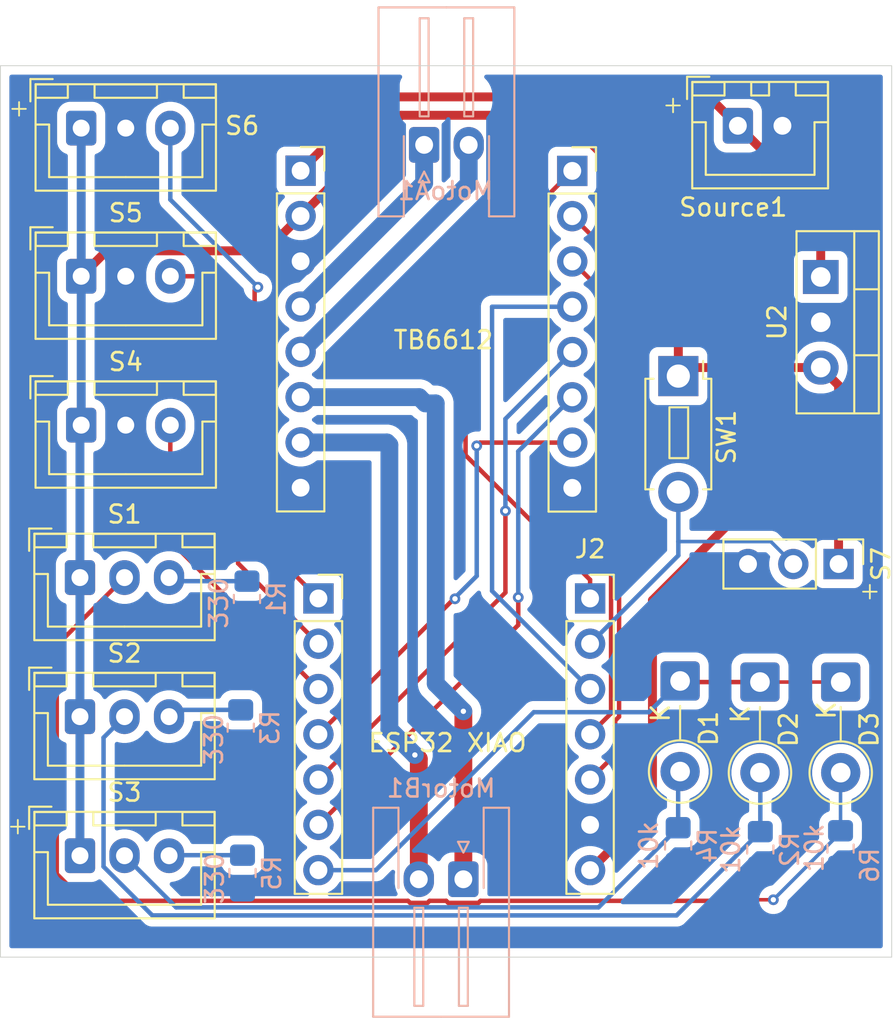
<source format=kicad_pcb>
(kicad_pcb (version 20241229) (generator "pcbnew") (generator_version "9.0")
  (layers (0 "F.Cu" signal) (2 "B.Cu" signal) (13 "F.Paste" user) (15 "B.Paste" user) (5 "F.SilkS" user "F.Silkscreen") (7 "B.SilkS" user "B.Silkscreen") (1 "F.Mask" user) (3 "B.Mask" user) (25 "Edge.Cuts" user))
  (net 0 "")
  (net 1 "/S3")
  (net 2 "/S2")
  (net 3 "/S1")
  (net 4 "/S6")
  (net 5 "/MB1")
  (net 6 "/S4")
  (net 7 "/MB2")
  (net 8 "/S5")
  (net 9 "/PWMB")
  (net 10 "GND")
  (net 11 "+5V")
  (net 12 "/MA2")
  (net 13 "/MA1")
  (net 14 "/Stby")
  (net 15 "/PWMA")
  (net 16 "Net-(D1-K)")
  (net 17 "+10V")
  (net 18 "Net-(J3-Pin_4)")
  (net 19 "Net-(J3-Pin_7)")
  (net 20 "Net-(J3-Pin_6)")
  (net 21 "Net-(J3-Pin_5)")
  (net 22 "Net-(S1-Pin_3)")
  (net 23 "Net-(S2-Pin_3)")
  (net 24 "Net-(S3-Pin_3)")
  (net 25 "/S7")
  (footprint "Connector_PinHeader_2.54mm:PinHeader_1x03_P2.54mm_Vertical" (layer "F.Cu") (at 237.46 84.8 -90)
    (property "Reference" "S7" (at 0 -2.38 90) (layer "F.SilkS"))
    (property "Value" "Conn_01x03_Socket" (hide yes))
    (pad "1" thru_hole rect (at 0 0 270) (size 1.7 1.7) (drill 1) (layers "*.Cu" "*.Mask") (net 11 "+5V"))
    (pad "2" thru_hole circle (at 0 2.54 270) (size 1.7 1.7) (drill 1) (layers "*.Cu" "*.Mask") (net 25 "/S7"))
    (pad "3" thru_hole circle (at 0 5.08 270) (size 1.7 1.7) (drill 1) (layers "*.Cu" "*.Mask") (net 10 "GND"))
  )
  (footprint "Diode_THT:D_DO-41_SOD81_P5.08mm_Vertical_KathodeUp" (layer "F.Cu") (at 237.58 91.42 -90)
    (property "Reference" "D3" (at 2.665 -1.6 90) (layer "F.SilkS"))
    (property "Value" "1N4001")
    (fp_text user "K" (at 1.59 0.8 90) (layer "F.SilkS"))
    (pad "1" thru_hole roundrect (at 0 0 270) (size 2.2 2.2) (drill 1.1) (layers "*.Cu" "*.Mask") (roundrect_rratio 0.113636) (net 16 "Net-(D1-K)"))
    (pad "2" thru_hole circle (at 5.08 0 270) (size 2.2 2.2) (drill 1.1) (layers "*.Cu" "*.Mask") (net 3 "/S1"))
  )
  (footprint "Connector_JST:JST_XH_B3B-XH-A_1x03_P2.50mm_Vertical" (layer "F.Cu") (at 194.97 77.01)
    (property "Reference" "S4" (at 2.5 -3.55 0) (layer "F.SilkS"))
    (property "Value" "Conn_01x03_Socket" (hide yes))
    (pad "1" thru_hole roundrect (at 0 0) (size 1.7 1.95) (drill 0.95) (layers "*.Cu" "*.Mask") (roundrect_rratio 0.147059) (net 11 "+5V"))
    (pad "2" thru_hole oval (at 2.5 0) (size 1.7 1.95) (drill 0.95) (layers "*.Cu" "*.Mask") (net 10 "GND"))
    (pad "3" thru_hole oval (at 5 0) (size 1.7 1.95) (drill 0.95) (layers "*.Cu" "*.Mask") (net 6 "/S4"))
  )
  (footprint "Connector_JST:JST_XH_B2B-XH-A_1x02_P2.50mm_Vertical" (layer "F.Cu") (at 231.81 60.22)
    (property "Reference" "Source1" (at -0.26 4.57 0) (layer "F.SilkS"))
    (property "Value" "Conn_01x02_Socket" (hide yes))
    (pad "1" thru_hole roundrect (at 0 0) (size 1.7 2) (drill 1) (layers "*.Cu" "*.Mask") (roundrect_rratio 0.147059) (net 17 "+10V"))
    (pad "2" thru_hole oval (at 2.5 0) (size 1.7 2) (drill 1) (layers "*.Cu" "*.Mask") (net 10 "GND"))
  )
  (footprint "Connector_JST:JST_XH_B3B-XH-A_1x03_P2.50mm_Vertical" (layer "F.Cu") (at 194.9 85.56)
    (property "Reference" "S1" (at 2.5 -3.55 0) (layer "F.SilkS"))
    (property "Value" "Conn_01x03_Socket" (hide yes))
    (pad "1" thru_hole roundrect (at 0 0) (size 1.7 1.95) (drill 0.95) (layers "*.Cu" "*.Mask") (roundrect_rratio 0.147059) (net 11 "+5V"))
    (pad "2" thru_hole oval (at 2.5 0) (size 1.7 1.95) (drill 0.95) (layers "*.Cu" "*.Mask") (net 3 "/S1"))
    (pad "3" thru_hole oval (at 5 0) (size 1.7 1.95) (drill 0.95) (layers "*.Cu" "*.Mask") (net 22 "Net-(S1-Pin_3)"))
  )
  (footprint "Connector_PinSocket_2.54mm:PinSocket_1x08_P2.54mm_Vertical" (layer "F.Cu") (at 207.28 62.74)
    (property "Reference" "TB6612" (at 8.01 9.49 0) (layer "F.SilkS"))
    (property "Value" "Conn_01x08_Socket" (hide yes))
    (pad "1" thru_hole rect (at 0 0) (size 1.7 1.7) (drill 1) (layers "*.Cu" "*.Mask") (net 17 "+10V"))
    (pad "2" thru_hole circle (at 0 2.54) (size 1.7 1.7) (drill 1) (layers "*.Cu" "*.Mask") (net 11 "+5V"))
    (pad "3" thru_hole circle (at 0 5.08) (size 1.7 1.7) (drill 1) (layers "*.Cu" "*.Mask") (net 10 "GND"))
    (pad "4" thru_hole circle (at 0 7.62) (size 1.7 1.7) (drill 1) (layers "*.Cu" "*.Mask") (net 18 "Net-(J3-Pin_4)"))
    (pad "5" thru_hole circle (at 0 10.16) (size 1.7 1.7) (drill 1) (layers "*.Cu" "*.Mask") (net 21 "Net-(J3-Pin_5)"))
    (pad "6" thru_hole circle (at 0 12.7) (size 1.7 1.7) (drill 1) (layers "*.Cu" "*.Mask") (net 20 "Net-(J3-Pin_6)"))
    (pad "7" thru_hole circle (at 0 15.24) (size 1.7 1.7) (drill 1) (layers "*.Cu" "*.Mask") (net 19 "Net-(J3-Pin_7)"))
    (pad "8" thru_hole circle (at 0 17.78) (size 1.7 1.7) (drill 1) (layers "*.Cu" "*.Mask") (net 10 "GND"))
  )
  (footprint "Connector_JST:JST_XH_B3B-XH-A_1x03_P2.50mm_Vertical" (layer "F.Cu") (at 194.9 101.16)
    (property "Reference" "S3" (at 2.5 -3.55 0) (layer "F.SilkS"))
    (property "Value" "Conn_01x03_Socket" (hide yes))
    (pad "1" thru_hole roundrect (at 0 0) (size 1.7 1.95) (drill 0.95) (layers "*.Cu" "*.Mask") (roundrect_rratio 0.147059) (net 11 "+5V"))
    (pad "2" thru_hole oval (at 2.5 0) (size 1.7 1.95) (drill 0.95) (layers "*.Cu" "*.Mask") (net 1 "/S3"))
    (pad "3" thru_hole oval (at 5 0) (size 1.7 1.95) (drill 0.95) (layers "*.Cu" "*.Mask") (net 24 "Net-(S3-Pin_3)"))
  )
  (footprint "Connector_PinSocket_2.54mm:PinSocket_1x08_P2.54mm_Vertical" (layer "F.Cu") (at 222.52 62.75)
    (property "Reference" "J4" (hide yes))
    (property "Value" "Conn_01x08_Socket" (hide yes))
    (pad "1" thru_hole rect (at 0 0) (size 1.7 1.7) (drill 1) (layers "*.Cu" "*.Mask") (net 15 "/PWMA"))
    (pad "2" thru_hole circle (at 0 2.54) (size 1.7 1.7) (drill 1) (layers "*.Cu" "*.Mask") (net 13 "/MA1"))
    (pad "3" thru_hole circle (at 0 5.08) (size 1.7 1.7) (drill 1) (layers "*.Cu" "*.Mask") (net 12 "/MA2"))
    (pad "4" thru_hole circle (at 0 7.62) (size 1.7 1.7) (drill 1) (layers "*.Cu" "*.Mask") (net 14 "/Stby"))
    (pad "5" thru_hole circle (at 0 10.16) (size 1.7 1.7) (drill 1) (layers "*.Cu" "*.Mask") (net 5 "/MB1"))
    (pad "6" thru_hole circle (at 0 12.7) (size 1.7 1.7) (drill 1) (layers "*.Cu" "*.Mask") (net 7 "/MB2"))
    (pad "7" thru_hole circle (at 0 15.24) (size 1.7 1.7) (drill 1) (layers "*.Cu" "*.Mask") (net 9 "/PWMB"))
    (pad "8" thru_hole circle (at 0 17.78) (size 1.7 1.7) (drill 1) (layers "*.Cu" "*.Mask") (net 10 "GND"))
  )
  (footprint "Button_Switch_THT:SW_PUSH_1P1T_6x3.5mm_H5.0_APEM_MJTP1250" (layer "F.Cu") (at 228.47 74.26 -90)
    (property "Reference" "SW1" (at 3.42 -2.7 90) (layer "F.SilkS"))
    (property "Value" "SW_Push")
    (pad "1" thru_hole rect (at 0 0) (size 2.25 2.25) (drill 1.3) (layers "*.Cu" "*.Mask") (net 11 "+5V"))
    (pad "2" thru_hole circle (at 6.5 0) (size 2.25 2.25) (drill 1.3) (layers "*.Cu" "*.Mask") (net 25 "/S7"))
  )
  (footprint "Package_TO_SOT_THT:TO-220-3_Vertical" (layer "F.Cu") (at 236.46 68.7 -90)
    (property "Reference" "U2" (at 2.54 2.45 90) (layer "F.SilkS"))
    (property "Value" "LM7805_TO220" (hide yes))
    (pad "1" thru_hole rect (at 0 0 270) (size 1.905 2) (drill 1.1) (layers "*.Cu" "*.Mask") (net 17 "+10V"))
    (pad "2" thru_hole oval (at 2.54 0 270) (size 1.905 2) (drill 1.1) (layers "*.Cu" "*.Mask") (net 10 "GND"))
    (pad "3" thru_hole oval (at 5.08 0 270) (size 1.905 2) (drill 1.1) (layers "*.Cu" "*.Mask") (net 11 "+5V"))
  )
  (footprint "Diode_THT:D_DO-41_SOD81_P5.08mm_Vertical_KathodeUp" (layer "F.Cu") (at 228.57 91.36 -90)
    (property "Reference" "D1" (at 2.665 -1.6 90) (layer "F.SilkS"))
    (property "Value" "1N4001")
    (fp_text user "K" (at 1.8 1.1 90) (layer "F.SilkS"))
    (pad "1" thru_hole roundrect (at 0 0 270) (size 2.2 2.2) (drill 1.1) (layers "*.Cu" "*.Mask") (roundrect_rratio 0.113636) (net 16 "Net-(D1-K)"))
    (pad "2" thru_hole circle (at 5.08 0 270) (size 2.2 2.2) (drill 1.1) (layers "*.Cu" "*.Mask") (net 1 "/S3"))
  )
  (footprint "Connector_PinSocket_2.54mm:PinSocket_1x07_P2.54mm_Vertical" (layer "F.Cu") (at 223.52 86.73)
    (property "Reference" "J2" (at 0 -2.77 0) (layer "F.SilkS"))
    (property "Value" "Conn_01x07_Socket" (hide yes))
    (pad "1" thru_hole rect (at 0 0) (size 1.7 1.7) (drill 1) (layers "*.Cu" "*.Mask") (net 15 "/PWMA"))
    (pad "2" thru_hole circle (at 0 2.54) (size 1.7 1.7) (drill 1) (layers "*.Cu" "*.Mask") (net 25 "/S7"))
    (pad "3" thru_hole circle (at 0 5.08) (size 1.7 1.7) (drill 1) (layers "*.Cu" "*.Mask") (net 14 "/Stby"))
    (pad "4" thru_hole circle (at 0 7.62) (size 1.7 1.7) (drill 1) (layers "*.Cu" "*.Mask") (net 12 "/MA2"))
    (pad "5" thru_hole circle (at 0 10.16) (size 1.7 1.7) (drill 1) (layers "*.Cu" "*.Mask") (net 13 "/MA1"))
    (pad "6" thru_hole circle (at 0 12.7) (size 1.7 1.7) (drill 1) (layers "*.Cu" "*.Mask") (net 10 "GND"))
    (pad "7" thru_hole circle (at 0 15.24) (size 1.7 1.7) (drill 1) (layers "*.Cu" "*.Mask") (net 11 "+5V"))
  )
  (footprint "Connector_JST:JST_XH_B3B-XH-A_1x03_P2.50mm_Vertical" (layer "F.Cu") (at 194.97 60.35)
    (property "Reference" "S6" (at 9.03 -0.13 0) (layer "F.SilkS"))
    (property "Value" "Conn_01x03_Socket" (hide yes))
    (pad "1" thru_hole roundrect (at 0 0) (size 1.7 1.95) (drill 0.95) (layers "*.Cu" "*.Mask") (roundrect_rratio 0.147059) (net 11 "+5V"))
    (pad "2" thru_hole oval (at 2.5 0) (size 1.7 1.95) (drill 0.95) (layers "*.Cu" "*.Mask") (net 10 "GND"))
    (pad "3" thru_hole oval (at 5 0) (size 1.7 1.95) (drill 0.95) (layers "*.Cu" "*.Mask") (net 4 "/S6"))
  )
  (footprint "Connector_JST:JST_XH_B3B-XH-A_1x03_P2.50mm_Vertical" (layer "F.Cu") (at 194.9 93.36)
    (property "Reference" "S2" (at 2.5 -3.55 0) (layer "F.SilkS"))
    (property "Value" "Conn_01x03_Socket" (hide yes))
    (pad "1" thru_hole roundrect (at 0 0) (size 1.7 1.95) (drill 0.95) (layers "*.Cu" "*.Mask") (roundrect_rratio 0.147059) (net 11 "+5V"))
    (pad "2" thru_hole oval (at 2.5 0) (size 1.7 1.95) (drill 0.95) (layers "*.Cu" "*.Mask") (net 2 "/S2"))
    (pad "3" thru_hole oval (at 5 0) (size 1.7 1.95) (drill 0.95) (layers "*.Cu" "*.Mask") (net 23 "Net-(S2-Pin_3)"))
  )
  (footprint "Diode_THT:D_DO-41_SOD81_P5.08mm_Vertical_KathodeUp" (layer "F.Cu") (at 233.05 91.42 -90)
    (property "Reference" "D2" (at 2.665 -1.6 90) (layer "F.SilkS"))
    (property "Value" "1N4001")
    (fp_text user "K" (at 1.8 1.1 90) (layer "F.SilkS"))
    (pad "1" thru_hole roundrect (at 0 0 270) (size 2.2 2.2) (drill 1.1) (layers "*.Cu" "*.Mask") (roundrect_rratio 0.113636) (net 16 "Net-(D1-K)"))
    (pad "2" thru_hole circle (at 5.08 0 270) (size 2.2 2.2) (drill 1.1) (layers "*.Cu" "*.Mask") (net 2 "/S2"))
  )
  (footprint "Connector_PinSocket_2.54mm:PinSocket_1x07_P2.54mm_Vertical" (layer "F.Cu") (at 208.28 86.73)
    (property "Reference" "ESP32 XIAO" (at 7.24 8.1 0) (layer "F.SilkS"))
    (property "Value" "Conn_01x07_Socket" (hide yes))
    (pad "1" thru_hole rect (at 0 0) (size 1.7 1.7) (drill 1) (layers "*.Cu" "*.Mask") (net 4 "/S6"))
    (pad "2" thru_hole circle (at 0 2.54) (size 1.7 1.7) (drill 1) (layers "*.Cu" "*.Mask") (net 8 "/S5"))
    (pad "3" thru_hole circle (at 0 5.08) (size 1.7 1.7) (drill 1) (layers "*.Cu" "*.Mask") (net 6 "/S4"))
    (pad "4" thru_hole circle (at 0 7.62) (size 1.7 1.7) (drill 1) (layers "*.Cu" "*.Mask") (net 9 "/PWMB"))
    (pad "5" thru_hole circle (at 0 10.16) (size 1.7 1.7) (drill 1) (layers "*.Cu" "*.Mask") (net 5 "/MB1"))
    (pad "6" thru_hole circle (at 0 12.7) (size 1.7 1.7) (drill 1) (layers "*.Cu" "*.Mask") (net 7 "/MB2"))
    (pad "7" thru_hole circle (at 0 15.24) (size 1.7 1.7) (drill 1) (layers "*.Cu" "*.Mask") (net 16 "Net-(D1-K)"))
  )
  (footprint "Connector_JST:JST_XH_B3B-XH-A_1x03_P2.50mm_Vertical" (layer "F.Cu") (at 194.97 68.66)
    (property "Reference" "S5" (at 2.5 -3.55 0) (layer "F.SilkS"))
    (property "Value" "Conn_01x03_Socket" (hide yes))
    (pad "1" thru_hole roundrect (at 0 0) (size 1.7 1.95) (drill 0.95) (layers "*.Cu" "*.Mask") (roundrect_rratio 0.147059) (net 11 "+5V"))
    (pad "2" thru_hole oval (at 2.5 0) (size 1.7 1.95) (drill 0.95) (layers "*.Cu" "*.Mask") (net 10 "GND"))
    (pad "3" thru_hole oval (at 5 0) (size 1.7 1.95) (drill 0.95) (layers "*.Cu" "*.Mask") (net 8 "/S5"))
  )
  (footprint "Connector_JST:JST_XH_S2B-XH-A-1_1x02_P2.50mm_Horizontal" (layer "B.Cu") (at 214.21 61.29)
    (property "Reference" "MotoA1" (at 1.2 2.58 0) (layer "B.SilkS") (effects (justify mirror)))
    (property "Value" "Conn_01x02_Socket" (hide yes))
    (pad "1" thru_hole roundrect (at 0 0) (size 1.7 2) (drill 1) (layers "*.Cu" "*.Mask") (roundrect_rratio 0.147059) (net 18 "Net-(J3-Pin_4)"))
    (pad "2" thru_hole oval (at 2.5 0) (size 1.7 2) (drill 1) (layers "*.Cu" "*.Mask") (net 21 "Net-(J3-Pin_5)"))
  )
  (footprint "Resistor_SMD:R_0805_2012Metric_Pad1.20x1.40mm_HandSolder" (layer "B.Cu") (at 228.46 100.59 90)
    (property "Reference" "R4" (at 0 1.65 90) (layer "B.SilkS") (effects (justify mirror)))
    (property "Value" "10k" (at 0 -1.65 270) (layer "B.SilkS"))
    (pad "1" smd roundrect (at -1 0 90) (size 1.2 1.4) (layers "B.Cu" "B.Mask" "B.Paste") (roundrect_rratio 0.208333) (net 10 "GND"))
    (pad "2" smd roundrect (at 1 0 90) (size 1.2 1.4) (layers "B.Cu" "B.Mask" "B.Paste") (roundrect_rratio 0.208333) (net 1 "/S3"))
  )
  (footprint "Resistor_SMD:R_0805_2012Metric_Pad1.20x1.40mm_HandSolder" (layer "B.Cu") (at 204.02 102.13 90)
    (property "Reference" "R5" (at 0 1.65 90) (layer "B.SilkS") (effects (justify mirror)))
    (property "Value" "330" (at -0.31 -1.56 270) (layer "B.SilkS"))
    (pad "1" smd roundrect (at -1 0 90) (size 1.2 1.4) (layers "B.Cu" "B.Mask" "B.Paste") (roundrect_rratio 0.208333) (net 10 "GND"))
    (pad "2" smd roundrect (at 1 0 90) (size 1.2 1.4) (layers "B.Cu" "B.Mask" "B.Paste") (roundrect_rratio 0.208333) (net 24 "Net-(S3-Pin_3)"))
  )
  (footprint "Resistor_SMD:R_0805_2012Metric_Pad1.20x1.40mm_HandSolder" (layer "B.Cu") (at 204.27 86.76 90)
    (property "Reference" "R1" (at 0 1.65 90) (layer "B.SilkS") (effects (justify mirror)))
    (property "Value" "330" (at -0.227064 -1.58 270) (layer "B.SilkS"))
    (pad "1" smd roundrect (at -1 0 90) (size 1.2 1.4) (layers "B.Cu" "B.Mask" "B.Paste") (roundrect_rratio 0.208333) (net 10 "GND"))
    (pad "2" smd roundrect (at 1 0 90) (size 1.2 1.4) (layers "B.Cu" "B.Mask" "B.Paste") (roundrect_rratio 0.208333) (net 22 "Net-(S1-Pin_3)"))
  )
  (footprint "Resistor_SMD:R_0805_2012Metric_Pad1.20x1.40mm_HandSolder" (layer "B.Cu") (at 237.57 100.76 90)
    (property "Reference" "R6" (at -0.94 1.64 90) (layer "B.SilkS") (effects (justify mirror)))
    (property "Value" "10k" (at 0.04 -1.47 270) (layer "B.SilkS"))
    (pad "1" smd roundrect (at -1 0 90) (size 1.2 1.4) (layers "B.Cu" "B.Mask" "B.Paste") (roundrect_rratio 0.208333) (net 10 "GND"))
    (pad "2" smd roundrect (at 1 0 90) (size 1.2 1.4) (layers "B.Cu" "B.Mask" "B.Paste") (roundrect_rratio 0.208333) (net 3 "/S1"))
  )
  (footprint "Resistor_SMD:R_0805_2012Metric_Pad1.20x1.40mm_HandSolder" (layer "B.Cu") (at 203.92 93.98 90)
    (property "Reference" "R3" (at 0 1.65 90) (layer "B.SilkS") (effects (justify mirror)))
    (property "Value" "330" (at -0.655 -1.51 270) (layer "B.SilkS"))
    (pad "1" smd roundrect (at -1 0 90) (size 1.2 1.4) (layers "B.Cu" "B.Mask" "B.Paste") (roundrect_rratio 0.208333) (net 10 "GND"))
    (pad "2" smd roundrect (at 1 0 90) (size 1.2 1.4) (layers "B.Cu" "B.Mask" "B.Paste") (roundrect_rratio 0.208333) (net 23 "Net-(S2-Pin_3)"))
  )
  (footprint "Connector_JST:JST_XH_S2B-XH-A-1_1x02_P2.50mm_Horizontal" (layer "B.Cu") (at 216.41 102.48 180)
    (property "Reference" "MotorB1" (at 1.25 5.1 0) (layer "B.SilkS") (effects (justify mirror)))
    (property "Value" "Conn_01x02_Socket" (hide yes))
    (pad "1" thru_hole roundrect (at 0 0 180) (size 1.7 2) (drill 1) (layers "*.Cu" "*.Mask") (roundrect_rratio 0.147059) (net 20 "Net-(J3-Pin_6)"))
    (pad "2" thru_hole oval (at 2.5 0 180) (size 1.7 2) (drill 1) (layers "*.Cu" "*.Mask") (net 19 "Net-(J3-Pin_7)"))
  )
  (footprint "Resistor_SMD:R_0805_2012Metric_Pad1.20x1.40mm_HandSolder" (layer "B.Cu") (at 233.07 100.81 90)
    (property "Reference" "R2" (at 0 1.65 90) (layer "B.SilkS") (effects (justify mirror)))
    (property "Value" "10k" (at 0 -1.65 270) (layer "B.SilkS"))
    (pad "1" smd roundrect (at -1 0 90) (size 1.2 1.4) (layers "B.Cu" "B.Mask" "B.Paste") (roundrect_rratio 0.208333) (net 10 "GND"))
    (pad "2" smd roundrect (at 1 0 90) (size 1.2 1.4) (layers "B.Cu" "B.Mask" "B.Paste") (roundrect_rratio 0.208333) (net 2 "/S2"))
  )
  (gr_rect (start 190.44 56.85) (end 240.44 106.85) (stroke (width 0.05)) (fill no) (layer "Edge.Cuts"))
  (gr_text "+" (at 238.53 86.86 0) (layer "F.SilkS") (effects (font (size 1 1) (thickness 0.1)) (justify left bottom)))
  (gr_text "+" (at 190.73 100.04 0) (layer "F.SilkS") (effects (font (size 1 1) (thickness 0.1)) (justify left bottom)))
  (gr_text "+" (at 227.49 59.59 0) (layer "F.SilkS") (effects (font (size 1 1) (thickness 0.1)) (justify left bottom)))
  (gr_text "+" (at 190.8 59.78 0) (layer "F.SilkS") (effects (font (size 1 1) (thickness 0.1)) (justify left bottom)))
  (segment (start 200.296 104.056) (end 223.994 104.056) (width 0.25) (layer "B.Cu") (net 1))
  (segment (start 228.46 99.59) (end 228.46 96.55) (width 0.25) (layer "B.Cu") (net 1))
  (segment (start 228.46 96.55) (end 228.57 96.44) (width 0.25) (layer "B.Cu") (net 1))
  (segment (start 223.994 104.056) (end 228.46 99.59) (width 0.25) (layer "B.Cu") (net 1))
  (segment (start 197.4 101.16) (end 200.296 104.056) (width 0.25) (layer "B.Cu") (net 1))
  (segment (start 196.224 94.536) (end 196.224 101.772115) (width 0.25) (layer "B.Cu") (net 2))
  (segment (start 233.07 96.52) (end 233.05 96.5) (width 0.25) (layer "B.Cu") (net 2))
  (segment (start 198.958885 104.507) (end 228.373 104.507) (width 0.25) (layer "B.Cu") (net 2))
  (segment (start 228.373 104.507) (end 233.07 99.81) (width 0.25) (layer "B.Cu") (net 2))
  (segment (start 197.4 93.36) (end 196.224 94.536) (width 0.25) (layer "B.Cu") (net 2))
  (segment (start 196.224 101.772115) (end 198.958885 104.507) (width 0.25) (layer "B.Cu") (net 2))
  (segment (start 233.07 99.81) (end 233.07 96.52) (width 0.25) (layer "B.Cu") (net 2))
  (segment (start 193.599 102.182292) (end 195.106708 103.69) (width 0.25) (layer "F.Cu") (net 3))
  (segment (start 231.11 103.63) (end 231.05 103.69) (width 0.2) (layer "F.Cu") (net 3))
  (segment (start 197.4 85.56) (end 193.599 89.361) (width 0.25) (layer "F.Cu") (net 3))
  (segment (start 214.397115 103.806) (end 214.513115 103.69) (width 0.25) (layer "F.Cu") (net 3))
  (segment (start 215.448486 103.69) (end 215.564486 103.806) (width 0.25) (layer "F.Cu") (net 3))
  (segment (start 215.564486 103.806) (end 217.255514 103.806) (width 0.25) (layer "F.Cu") (net 3))
  (segment (start 217.255514 103.806) (end 217.371514 103.69) (width 0.25) (layer "F.Cu") (net 3))
  (segment (start 193.599 89.361) (end 193.599 102.182292) (width 0.25) (layer "F.Cu") (net 3))
  (segment (start 214.513115 103.69) (end 215.448486 103.69) (width 0.25) (layer "F.Cu") (net 3))
  (segment (start 213.422885 103.806) (end 214.397115 103.806) (width 0.25) (layer "F.Cu") (net 3))
  (segment (start 213.306885 103.69) (end 213.422885 103.806) (width 0.25) (layer "F.Cu") (net 3))
  (segment (start 217.371514 103.69) (end 231.05 103.69) (width 0.25) (layer "F.Cu") (net 3))
  (segment (start 195.106708 103.69) (end 213.306885 103.69) (width 0.25) (layer "F.Cu") (net 3))
  (segment (start 233.8 103.63) (end 231.11 103.63) (width 0.2) (layer "F.Cu") (net 3))
  (via (at 233.8 103.63) (size 0.6) (drill 0.3) (layers "F.Cu" "B.Cu") (net 3))
  (segment (start 238.23 96.51) (end 238.24 96.5) (width 0.25) (layer "B.Cu") (net 3))
  (segment (start 237.57 99.76) (end 237.57 99.86) (width 0.2) (layer "B.Cu") (net 3))
  (segment (start 237.57 99.86) (end 233.8 103.63) (width 0.2) (layer "B.Cu") (net 3))
  (segment (start 237.57 99.76) (end 237.57 96.51) (width 0.2) (layer "B.Cu") (net 3))
  (segment (start 237.57 96.51) (end 237.58 96.5) (width 0.2) (layer "B.Cu") (net 3))
  (segment (start 208.28 86.73) (end 204.7 83.15) (width 0.25) (layer "F.Cu") (net 4))
  (segment (start 204.7 69.45) (end 204.88 69.27) (width 0.25) (layer "F.Cu") (net 4))
  (segment (start 204.7 83.15) (end 204.7 69.45) (width 0.25) (layer "F.Cu") (net 4))
  (via (at 204.88 69.27) (size 0.6) (drill 0.3) (layers "F.Cu" "B.Cu") (net 4))
  (segment (start 199.97 64.36) (end 199.97 60.35) (width 0.25) (layer "B.Cu") (net 4))
  (segment (start 204.88 69.27) (end 199.97 64.36) (width 0.25) (layer "B.Cu") (net 4))
  (segment (start 218.77 86.4) (end 208.28 96.89) (width 0.25) (layer "F.Cu") (net 5))
  (segment (start 218.77 81.82) (end 218.77 86.4) (width 0.25) (layer "F.Cu") (net 5))
  (via (at 218.77 81.82) (size 0.6) (drill 0.3) (layers "F.Cu" "B.Cu") (net 5))
  (segment (start 218.77 76.66) (end 218.77 81.82) (width 0.25) (layer "B.Cu") (net 5))
  (segment (start 222.52 72.91) (end 218.77 76.66) (width 0.25) (layer "B.Cu") (net 5))
  (segment (start 208.28 91.81) (end 199.97 83.5) (width 0.25) (layer "F.Cu") (net 6))
  (segment (start 199.97 83.5) (end 199.97 77.01) (width 0.25) (layer "F.Cu") (net 6))
  (segment (start 219.49 86.67) (end 219.49 88.22) (width 0.25) (layer "F.Cu") (net 7))
  (segment (start 219.49 88.22) (end 208.28 99.43) (width 0.25) (layer "F.Cu") (net 7))
  (via (at 219.49 86.67) (size 0.6) (drill 0.3) (layers "F.Cu" "B.Cu") (net 7))
  (segment (start 219.49 78.48) (end 219.49 86.67) (width 0.25) (layer "B.Cu") (net 7))
  (segment (start 222.52 75.45) (end 219.49 78.48) (width 0.25) (layer "B.Cu") (net 7))
  (segment (start 208.28 89.27) (end 203.77 84.76) (width 0.25) (layer "F.Cu") (net 8))
  (segment (start 203.77 84.76) (end 203.77 69.43) (width 0.25) (layer "F.Cu") (net 8))
  (segment (start 203 68.66) (end 199.97 68.66) (width 0.25) (layer "F.Cu") (net 8))
  (segment (start 203.77 69.43) (end 203 68.66) (width 0.25) (layer "F.Cu") (net 8))
  (segment (start 208.28 94.35) (end 215.88 86.75) (width 0.25) (layer "F.Cu") (net 9))
  (segment (start 215.88 86.75) (end 215.94 86.75) (width 0.25) (layer "F.Cu") (net 9))
  (segment (start 222.52 77.99) (end 217.34 77.99) (width 0.25) (layer "F.Cu") (net 9))
  (segment (start 217.34 77.99) (end 217.16 78.17) (width 0.25) (layer "F.Cu") (net 9))
  (via (at 217.16 78.17) (size 0.6) (drill 0.3) (layers "F.Cu" "B.Cu") (net 9))
  (via (at 215.94 86.75) (size 0.6) (drill 0.3) (layers "F.Cu" "B.Cu") (net 9))
  (segment (start 217.16 85.47) (end 217.16 78.17) (width 0.25) (layer "B.Cu") (net 9))
  (segment (start 215.94 86.75) (end 215.94 86.69) (width 0.25) (layer "B.Cu") (net 9))
  (segment (start 215.94 86.69) (end 217.16 85.47) (width 0.25) (layer "B.Cu") (net 9))
  (segment (start 237.46 74.78) (end 236.46 73.78) (width 0.5) (layer "F.Cu") (net 11))
  (segment (start 194.97 68.66) (end 196.396 67.234) (width 0.5) (layer "F.Cu") (net 11))
  (segment (start 237.46 81.84) (end 237.46 74.78) (width 0.5) (layer "F.Cu") (net 11))
  (segment (start 228.95 73.78) (end 228.47 74.26) (width 0.5) (layer "F.Cu") (net 11))
  (segment (start 205.326 67.234) (end 207.28 65.28) (width 0.5) (layer "F.Cu") (net 11))
  (segment (start 227.019 86.831) (end 232.01 81.84) (width 0.5) (layer "F.Cu") (net 11))
  (segment (start 227.019 98.471) (end 227.019 86.831) (width 0.5) (layer "F.Cu") (net 11))
  (segment (start 232.01 81.84) (end 237.46 81.84) (width 0.5) (layer "F.Cu") (net 11))
  (segment (start 237.46 84.8) (end 237.46 81.84) (width 0.5) (layer "F.Cu") (net 11))
  (segment (start 222.002 59.63) (end 228.47 66.098) (width 0.5) (layer "F.Cu") (net 11))
  (segment (start 223.52 101.97) (end 227.019 98.471) (width 0.5) (layer "F.Cu") (net 11))
  (segment (start 207.28 65.28) (end 212.93 59.63) (width 0.5) (layer "F.Cu") (net 11))
  (segment (start 228.47 66.098) (end 228.47 74.26) (width 0.5) (layer "F.Cu") (net 11))
  (segment (start 196.396 67.234) (end 205.326 67.234) (width 0.5) (layer "F.Cu") (net 11))
  (segment (start 212.93 59.63) (end 222.002 59.63) (width 0.5) (layer "F.Cu") (net 11))
  (segment (start 236.46 73.78) (end 228.95 73.78) (width 0.5) (layer "F.Cu") (net 11))
  (segment (start 194.9 85.56) (end 194.9 93.36) (width 0.5) (layer "B.Cu") (net 11))
  (segment (start 194.9 93.36) (end 194.9 101.16) (width 0.5) (layer "B.Cu") (net 11))
  (segment (start 194.97 60.35) (end 194.97 68.66) (width 0.5) (layer "B.Cu") (net 11))
  (segment (start 194.97 77.12) (end 194.9 77.19) (width 0.5) (layer "B.Cu") (net 11))
  (segment (start 194.97 77.01) (end 194.97 77.12) (width 0.5) (layer "B.Cu") (net 11))
  (segment (start 194.9 77.19) (end 194.9 85.56) (width 0.5) (layer "B.Cu") (net 11))
  (segment (start 194.97 68.66) (end 194.97 77.01) (width 0.5) (layer "B.Cu") (net 11))
  (segment (start 224.696 70.006) (end 224.696 93.174) (width 0.25) (layer "F.Cu") (net 12))
  (segment (start 224.696 93.174) (end 223.52 94.35) (width 0.25) (layer "F.Cu") (net 12))
  (segment (start 222.52 67.83) (end 224.696 70.006) (width 0.25) (layer "F.Cu") (net 12))
  (segment (start 224.93 93.57781) (end 224.93 95.48) (width 0.25) (layer "F.Cu") (net 13))
  (segment (start 224.93 69.60219) (end 225.147 69.81919) (width 0.25) (layer "F.Cu") (net 13))
  (segment (start 225.147 69.81919) (end 225.147 93.36081) (width 0.25) (layer "F.Cu") (net 13))
  (segment (start 224.93 67.7) (end 224.93 69.60219) (width 0.25) (layer "F.Cu") (net 13))
  (segment (start 222.52 65.29) (end 224.93 67.7) (width 0.25) (layer "F.Cu") (net 13))
  (segment (start 225.147 93.36081) (end 224.93 93.57781) (width 0.25) (layer "F.Cu") (net 13))
  (segment (start 224.93 95.48) (end 223.52 96.89) (width 0.25) (layer "F.Cu") (net 13))
  (segment (start 218.02 70.37) (end 218.02 86.31) (width 0.25) (layer "B.Cu") (net 14))
  (segment (start 222.52 70.37) (end 218.02 70.37) (width 0.25) (layer "B.Cu") (net 14))
  (segment (start 218.02 86.31) (end 223.52 91.81) (width 0.25) (layer "B.Cu") (net 14))
  (segment (start 216.534 68.736) (end 216.534 78.698702) (width 0.25) (layer "F.Cu") (net 15))
  (segment (start 222.52 62.75) (end 216.534 68.736) (width 0.25) (layer "F.Cu") (net 15))
  (segment (start 216.534 78.698702) (end 223.52 85.684702) (width 0.25) (layer "F.Cu") (net 15))
  (segment (start 223.52 85.684702) (end 223.52 86.73) (width 0.25) (layer "F.Cu") (net 15))
  (segment (start 233.05 91.42) (end 228.63 91.42) (width 0.25) (layer "F.Cu") (net 16))
  (segment (start 237.58 91.42) (end 233.05 91.42) (width 0.2) (layer "F.Cu") (net 16))
  (segment (start 228.63 91.42) (end 228.57 91.36) (width 0.25) (layer "F.Cu") (net 16))
  (segment (start 208.28 101.97) (end 211.5 101.97) (width 0.25) (layer "B.Cu") (net 16))
  (segment (start 226.82 93.11) (end 228.57 91.36) (width 0.25) (layer "B.Cu") (net 16))
  (segment (start 232.99 91.36) (end 233.05 91.42) (width 0.25) (layer "B.Cu") (net 16))
  (segment (start 211.5 101.97) (end 220.36 93.11) (width 0.25) (layer "B.Cu") (net 16))
  (segment (start 220.36 93.11) (end 226.82 93.11) (width 0.25) (layer "B.Cu") (net 16))
  (segment (start 236.46 68.7) (end 236.46 64.87) (width 0.5) (layer "F.Cu") (net 17))
  (segment (start 211.42 58.6) (end 207.28 62.74) (width 0.5) (layer "F.Cu") (net 17))
  (segment (start 236.46 64.87) (end 231.81 60.22) (width 0.5) (layer "F.Cu") (net 17))
  (segment (start 230.19 58.6) (end 211.42 58.6) (width 0.5) (layer "F.Cu") (net 17))
  (segment (start 231.81 60.22) (end 230.19 58.6) (width 0.5) (layer "F.Cu") (net 17))
  (segment (start 214.21 63.43) (end 207.28 70.36) (width 1) (layer "B.Cu") (net 18))
  (segment (start 214.21 61.29) (end 214.21 63.43) (width 1) (layer "B.Cu") (net 18))
  (segment (start 213.91 102.48) (end 213.91 95.73) (width 1) (layer "F.Cu") (net 19))
  (segment (start 213.91 95.73) (end 213.69 95.51) (width 1) (layer "F.Cu") (net 19))
  (via (at 213.69 95.51) (size 0.6) (drill 0.3) (layers "F.Cu" "B.Cu") (net 19))
  (segment (start 212.26 94.08) (end 212.26 78.12) (width 1) (layer "B.Cu") (net 19))
  (segment (start 212.26 78.12) (end 212.12 77.98) (width 1) (layer "B.Cu") (net 19))
  (segment (start 212.12 77.98) (end 207.28 77.98) (width 1) (layer "B.Cu") (net 19))
  (segment (start 213.69 95.51) (end 212.26 94.08) (width 1) (layer "B.Cu") (net 19))
  (segment (start 216.41 102.48) (end 216.41 93.06) (width 1) (layer "F.Cu") (net 20))
  (via (at 216.41 93.06) (size 0.6) (drill 0.3) (layers "F.Cu" "B.Cu") (net 20))
  (segment (start 214.86 75.79) (end 214.28 75.79) (width 1) (layer "B.Cu") (net 20))
  (segment (start 216.41 93.06) (end 214.86 91.51) (width 1) (layer "B.Cu") (net 20))
  (segment (start 214.28 75.79) (end 213.93 75.44) (width 1) (layer "B.Cu") (net 20))
  (segment (start 213.93 75.44) (end 207.28 75.44) (width 1) (layer "B.Cu") (net 20))
  (segment (start 214.86 91.51) (end 214.86 75.79) (width 1) (layer "B.Cu") (net 20))
  (segment (start 216.71 61.29) (end 216.71 63.47) (width 1) (layer "B.Cu") (net 21))
  (segment (start 216.71 63.47) (end 207.28 72.9) (width 1) (layer "B.Cu") (net 21))
  (segment (start 200.1 85.76) (end 199.9 85.56) (width 0.25) (layer "B.Cu") (net 22))
  (segment (start 204.27 85.76) (end 200.1 85.76) (width 0.25) (layer "B.Cu") (net 22))
  (segment (start 200.444 92.816) (end 199.9 93.36) (width 0.25) (layer "B.Cu") (net 23))
  (segment (start 203.92 92.98) (end 200.28 92.98) (width 0.25) (layer "B.Cu") (net 23))
  (segment (start 200.28 92.98) (end 199.9 93.36) (width 0.25) (layer "B.Cu") (net 23))
  (segment (start 199.93 101.13) (end 199.9 101.16) (width 0.25) (layer "B.Cu") (net 24))
  (segment (start 204.02 101.13) (end 199.93 101.13) (width 0.25) (layer "B.Cu") (net 24))
  (segment (start 228.47 84.32) (end 228.47 83.54) (width 0.25) (layer "B.Cu") (net 25))
  (segment (start 233.66 83.54) (end 228.47 83.54) (width 0.2) (layer "B.Cu") (net 25))
  (segment (start 234.92 84.8) (end 233.66 83.54) (width 0.2) (layer "B.Cu") (net 25))
  (segment (start 228.47 83.54) (end 228.47 80.76) (width 0.25) (layer "B.Cu") (net 25))
  (segment (start 223.52 89.27) (end 228.47 84.32) (width 0.25) (layer "B.Cu") (net 25))
  (zone (net 10) (net_name "GND") (layer "B.Cu") (connect_pads yes (clearance 0.5)) (min_thickness 0.25) (fill yes (thermal_gap 0.5) (thermal_bridge_width 0.5) (island_removal_mode 1) (island_area_min 10))
    (polygon (pts (xy 190.5 56.9) (xy 190.5 106.8) (xy 190.51 106.81) (xy 240.4 106.81) (xy 240.4 56.9)))
  )
)
</source>
